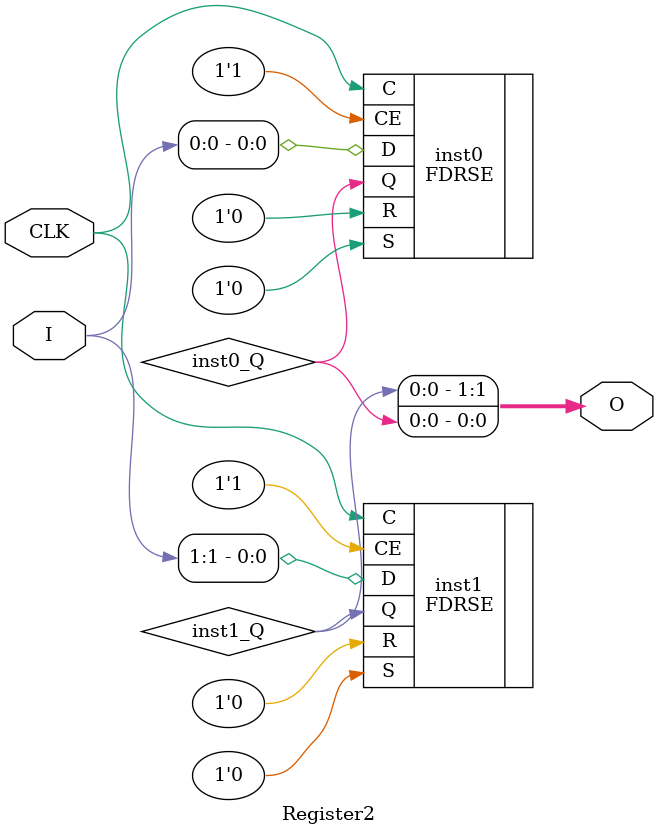
<source format=v>
module Register2 (input [1:0] I, output [1:0] O, input  CLK);
wire  inst0_Q;
wire  inst1_Q;
FDRSE #(.INIT(1'h0)) inst0 (.C(CLK), .CE(1'b1), .R(1'b0), .S(1'b0), .D(I[0]), .Q(inst0_Q));
FDRSE #(.INIT(1'h0)) inst1 (.C(CLK), .CE(1'b1), .R(1'b0), .S(1'b0), .D(I[1]), .Q(inst1_Q));
assign O = {inst1_Q,inst0_Q};
endmodule


</source>
